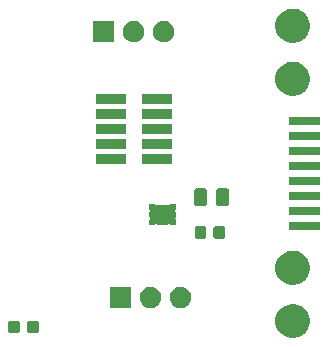
<source format=gbr>
G04 #@! TF.GenerationSoftware,KiCad,Pcbnew,(5.1.5-0-10_14)*
G04 #@! TF.CreationDate,2021-06-02T09:33:46-04:00*
G04 #@! TF.ProjectId,ESLO_RB2_Programmer,45534c4f-5f52-4423-925f-50726f677261,rev?*
G04 #@! TF.SameCoordinates,Original*
G04 #@! TF.FileFunction,Soldermask,Top*
G04 #@! TF.FilePolarity,Negative*
%FSLAX46Y46*%
G04 Gerber Fmt 4.6, Leading zero omitted, Abs format (unit mm)*
G04 Created by KiCad (PCBNEW (5.1.5-0-10_14)) date 2021-06-02 09:33:46*
%MOMM*%
%LPD*%
G04 APERTURE LIST*
%ADD10C,0.100000*%
G04 APERTURE END LIST*
D10*
G36*
X147423241Y-98104760D02*
G01*
X147687305Y-98214139D01*
X147924958Y-98372934D01*
X148127066Y-98575042D01*
X148285861Y-98812695D01*
X148395240Y-99076759D01*
X148451000Y-99357088D01*
X148451000Y-99642912D01*
X148395240Y-99923241D01*
X148285861Y-100187305D01*
X148127066Y-100424958D01*
X147924958Y-100627066D01*
X147687305Y-100785861D01*
X147423241Y-100895240D01*
X147142912Y-100951000D01*
X146857088Y-100951000D01*
X146576759Y-100895240D01*
X146312695Y-100785861D01*
X146075042Y-100627066D01*
X145872934Y-100424958D01*
X145714139Y-100187305D01*
X145604760Y-99923241D01*
X145549000Y-99642912D01*
X145549000Y-99357088D01*
X145604760Y-99076759D01*
X145714139Y-98812695D01*
X145872934Y-98575042D01*
X146075042Y-98372934D01*
X146312695Y-98214139D01*
X146576759Y-98104760D01*
X146857088Y-98049000D01*
X147142912Y-98049000D01*
X147423241Y-98104760D01*
G37*
G36*
X125342091Y-99478085D02*
G01*
X125376069Y-99488393D01*
X125407390Y-99505134D01*
X125434839Y-99527661D01*
X125457366Y-99555110D01*
X125474107Y-99586431D01*
X125484415Y-99620409D01*
X125488500Y-99661890D01*
X125488500Y-100338110D01*
X125484415Y-100379591D01*
X125474107Y-100413569D01*
X125457366Y-100444890D01*
X125434839Y-100472339D01*
X125407390Y-100494866D01*
X125376069Y-100511607D01*
X125342091Y-100521915D01*
X125300610Y-100526000D01*
X124699390Y-100526000D01*
X124657909Y-100521915D01*
X124623931Y-100511607D01*
X124592610Y-100494866D01*
X124565161Y-100472339D01*
X124542634Y-100444890D01*
X124525893Y-100413569D01*
X124515585Y-100379591D01*
X124511500Y-100338110D01*
X124511500Y-99661890D01*
X124515585Y-99620409D01*
X124525893Y-99586431D01*
X124542634Y-99555110D01*
X124565161Y-99527661D01*
X124592610Y-99505134D01*
X124623931Y-99488393D01*
X124657909Y-99478085D01*
X124699390Y-99474000D01*
X125300610Y-99474000D01*
X125342091Y-99478085D01*
G37*
G36*
X123767091Y-99478085D02*
G01*
X123801069Y-99488393D01*
X123832390Y-99505134D01*
X123859839Y-99527661D01*
X123882366Y-99555110D01*
X123899107Y-99586431D01*
X123909415Y-99620409D01*
X123913500Y-99661890D01*
X123913500Y-100338110D01*
X123909415Y-100379591D01*
X123899107Y-100413569D01*
X123882366Y-100444890D01*
X123859839Y-100472339D01*
X123832390Y-100494866D01*
X123801069Y-100511607D01*
X123767091Y-100521915D01*
X123725610Y-100526000D01*
X123124390Y-100526000D01*
X123082909Y-100521915D01*
X123048931Y-100511607D01*
X123017610Y-100494866D01*
X122990161Y-100472339D01*
X122967634Y-100444890D01*
X122950893Y-100413569D01*
X122940585Y-100379591D01*
X122936500Y-100338110D01*
X122936500Y-99661890D01*
X122940585Y-99620409D01*
X122950893Y-99586431D01*
X122967634Y-99555110D01*
X122990161Y-99527661D01*
X123017610Y-99505134D01*
X123048931Y-99488393D01*
X123082909Y-99478085D01*
X123124390Y-99474000D01*
X123725610Y-99474000D01*
X123767091Y-99478085D01*
G37*
G36*
X137613512Y-96603927D02*
G01*
X137762812Y-96633624D01*
X137926784Y-96701544D01*
X138074354Y-96800147D01*
X138199853Y-96925646D01*
X138298456Y-97073216D01*
X138366376Y-97237188D01*
X138401000Y-97411259D01*
X138401000Y-97588741D01*
X138366376Y-97762812D01*
X138298456Y-97926784D01*
X138199853Y-98074354D01*
X138074354Y-98199853D01*
X137926784Y-98298456D01*
X137762812Y-98366376D01*
X137613512Y-98396073D01*
X137588742Y-98401000D01*
X137411258Y-98401000D01*
X137386488Y-98396073D01*
X137237188Y-98366376D01*
X137073216Y-98298456D01*
X136925646Y-98199853D01*
X136800147Y-98074354D01*
X136701544Y-97926784D01*
X136633624Y-97762812D01*
X136599000Y-97588741D01*
X136599000Y-97411259D01*
X136633624Y-97237188D01*
X136701544Y-97073216D01*
X136800147Y-96925646D01*
X136925646Y-96800147D01*
X137073216Y-96701544D01*
X137237188Y-96633624D01*
X137386488Y-96603927D01*
X137411258Y-96599000D01*
X137588742Y-96599000D01*
X137613512Y-96603927D01*
G37*
G36*
X135073512Y-96603927D02*
G01*
X135222812Y-96633624D01*
X135386784Y-96701544D01*
X135534354Y-96800147D01*
X135659853Y-96925646D01*
X135758456Y-97073216D01*
X135826376Y-97237188D01*
X135861000Y-97411259D01*
X135861000Y-97588741D01*
X135826376Y-97762812D01*
X135758456Y-97926784D01*
X135659853Y-98074354D01*
X135534354Y-98199853D01*
X135386784Y-98298456D01*
X135222812Y-98366376D01*
X135073512Y-98396073D01*
X135048742Y-98401000D01*
X134871258Y-98401000D01*
X134846488Y-98396073D01*
X134697188Y-98366376D01*
X134533216Y-98298456D01*
X134385646Y-98199853D01*
X134260147Y-98074354D01*
X134161544Y-97926784D01*
X134093624Y-97762812D01*
X134059000Y-97588741D01*
X134059000Y-97411259D01*
X134093624Y-97237188D01*
X134161544Y-97073216D01*
X134260147Y-96925646D01*
X134385646Y-96800147D01*
X134533216Y-96701544D01*
X134697188Y-96633624D01*
X134846488Y-96603927D01*
X134871258Y-96599000D01*
X135048742Y-96599000D01*
X135073512Y-96603927D01*
G37*
G36*
X133321000Y-98401000D02*
G01*
X131519000Y-98401000D01*
X131519000Y-96599000D01*
X133321000Y-96599000D01*
X133321000Y-98401000D01*
G37*
G36*
X147423241Y-93604760D02*
G01*
X147687305Y-93714139D01*
X147924958Y-93872934D01*
X148127066Y-94075042D01*
X148285861Y-94312695D01*
X148395240Y-94576759D01*
X148451000Y-94857088D01*
X148451000Y-95142912D01*
X148395240Y-95423241D01*
X148285861Y-95687305D01*
X148127066Y-95924958D01*
X147924958Y-96127066D01*
X147687305Y-96285861D01*
X147423241Y-96395240D01*
X147142912Y-96451000D01*
X146857088Y-96451000D01*
X146576759Y-96395240D01*
X146312695Y-96285861D01*
X146075042Y-96127066D01*
X145872934Y-95924958D01*
X145714139Y-95687305D01*
X145604760Y-95423241D01*
X145549000Y-95142912D01*
X145549000Y-94857088D01*
X145604760Y-94576759D01*
X145714139Y-94312695D01*
X145872934Y-94075042D01*
X146075042Y-93872934D01*
X146312695Y-93714139D01*
X146576759Y-93604760D01*
X146857088Y-93549000D01*
X147142912Y-93549000D01*
X147423241Y-93604760D01*
G37*
G36*
X141117091Y-91478085D02*
G01*
X141151069Y-91488393D01*
X141182390Y-91505134D01*
X141209839Y-91527661D01*
X141232366Y-91555110D01*
X141249107Y-91586431D01*
X141259415Y-91620409D01*
X141263500Y-91661890D01*
X141263500Y-92338110D01*
X141259415Y-92379591D01*
X141249107Y-92413569D01*
X141232366Y-92444890D01*
X141209839Y-92472339D01*
X141182390Y-92494866D01*
X141151069Y-92511607D01*
X141117091Y-92521915D01*
X141075610Y-92526000D01*
X140474390Y-92526000D01*
X140432909Y-92521915D01*
X140398931Y-92511607D01*
X140367610Y-92494866D01*
X140340161Y-92472339D01*
X140317634Y-92444890D01*
X140300893Y-92413569D01*
X140290585Y-92379591D01*
X140286500Y-92338110D01*
X140286500Y-91661890D01*
X140290585Y-91620409D01*
X140300893Y-91586431D01*
X140317634Y-91555110D01*
X140340161Y-91527661D01*
X140367610Y-91505134D01*
X140398931Y-91488393D01*
X140432909Y-91478085D01*
X140474390Y-91474000D01*
X141075610Y-91474000D01*
X141117091Y-91478085D01*
G37*
G36*
X139542091Y-91478085D02*
G01*
X139576069Y-91488393D01*
X139607390Y-91505134D01*
X139634839Y-91527661D01*
X139657366Y-91555110D01*
X139674107Y-91586431D01*
X139684415Y-91620409D01*
X139688500Y-91661890D01*
X139688500Y-92338110D01*
X139684415Y-92379591D01*
X139674107Y-92413569D01*
X139657366Y-92444890D01*
X139634839Y-92472339D01*
X139607390Y-92494866D01*
X139576069Y-92511607D01*
X139542091Y-92521915D01*
X139500610Y-92526000D01*
X138899390Y-92526000D01*
X138857909Y-92521915D01*
X138823931Y-92511607D01*
X138792610Y-92494866D01*
X138765161Y-92472339D01*
X138742634Y-92444890D01*
X138725893Y-92413569D01*
X138715585Y-92379591D01*
X138711500Y-92338110D01*
X138711500Y-91661890D01*
X138715585Y-91620409D01*
X138725893Y-91586431D01*
X138742634Y-91555110D01*
X138765161Y-91527661D01*
X138792610Y-91505134D01*
X138823931Y-91488393D01*
X138857909Y-91478085D01*
X138899390Y-91474000D01*
X139500610Y-91474000D01*
X139542091Y-91478085D01*
G37*
G36*
X149301000Y-91796000D02*
G01*
X146699000Y-91796000D01*
X146699000Y-91094000D01*
X149301000Y-91094000D01*
X149301000Y-91796000D01*
G37*
G36*
X135305202Y-89600683D02*
G01*
X135315735Y-89603878D01*
X135325443Y-89609068D01*
X135333951Y-89616049D01*
X135340932Y-89624557D01*
X135350092Y-89641694D01*
X135353064Y-89648866D01*
X135366681Y-89669239D01*
X135384010Y-89686564D01*
X135404386Y-89700175D01*
X135427026Y-89709549D01*
X135451060Y-89714327D01*
X135475564Y-89714324D01*
X135499596Y-89709540D01*
X135522234Y-89700160D01*
X135542597Y-89686551D01*
X135544001Y-89685399D01*
X135580716Y-89665774D01*
X135620566Y-89653686D01*
X135668141Y-89649000D01*
X136331859Y-89649000D01*
X136379434Y-89653686D01*
X136419284Y-89665774D01*
X136455999Y-89685399D01*
X136457403Y-89686551D01*
X136477777Y-89700166D01*
X136500415Y-89709544D01*
X136524448Y-89714325D01*
X136548952Y-89714325D01*
X136572986Y-89709546D01*
X136595625Y-89700169D01*
X136616000Y-89686556D01*
X136633327Y-89669229D01*
X136646942Y-89648855D01*
X136649912Y-89641686D01*
X136659068Y-89624557D01*
X136666049Y-89616049D01*
X136674557Y-89609068D01*
X136684265Y-89603878D01*
X136694798Y-89600683D01*
X136711888Y-89599000D01*
X137063112Y-89599000D01*
X137080202Y-89600683D01*
X137090735Y-89603878D01*
X137100443Y-89609068D01*
X137108951Y-89616049D01*
X137115932Y-89624557D01*
X137121122Y-89634265D01*
X137124317Y-89644798D01*
X137126000Y-89661888D01*
X137126000Y-90038112D01*
X137124317Y-90055202D01*
X137121122Y-90065735D01*
X137115932Y-90075443D01*
X137103371Y-90090749D01*
X137098417Y-90095704D01*
X137084803Y-90116079D01*
X137075427Y-90138718D01*
X137070647Y-90162751D01*
X137070647Y-90187255D01*
X137075428Y-90211288D01*
X137084806Y-90233927D01*
X137098420Y-90254301D01*
X137103378Y-90259259D01*
X137115932Y-90274557D01*
X137121122Y-90284265D01*
X137124317Y-90294798D01*
X137126000Y-90311888D01*
X137126000Y-90688112D01*
X137124317Y-90705202D01*
X137121122Y-90715735D01*
X137115932Y-90725443D01*
X137103371Y-90740749D01*
X137098417Y-90745704D01*
X137084803Y-90766079D01*
X137075427Y-90788718D01*
X137070647Y-90812751D01*
X137070647Y-90837255D01*
X137075428Y-90861288D01*
X137084806Y-90883927D01*
X137098420Y-90904301D01*
X137103378Y-90909259D01*
X137115932Y-90924557D01*
X137121122Y-90934265D01*
X137124317Y-90944798D01*
X137126000Y-90961888D01*
X137126000Y-91338112D01*
X137124317Y-91355202D01*
X137121122Y-91365735D01*
X137115932Y-91375443D01*
X137108951Y-91383951D01*
X137100443Y-91390932D01*
X137090735Y-91396122D01*
X137080202Y-91399317D01*
X137063112Y-91401000D01*
X136711888Y-91401000D01*
X136694798Y-91399317D01*
X136684265Y-91396122D01*
X136674557Y-91390932D01*
X136666049Y-91383951D01*
X136659068Y-91375443D01*
X136649908Y-91358306D01*
X136646936Y-91351134D01*
X136633319Y-91330761D01*
X136615990Y-91313436D01*
X136595614Y-91299825D01*
X136572974Y-91290451D01*
X136548940Y-91285673D01*
X136524436Y-91285676D01*
X136500404Y-91290460D01*
X136477766Y-91299840D01*
X136457403Y-91313449D01*
X136455999Y-91314601D01*
X136419284Y-91334226D01*
X136379434Y-91346314D01*
X136331859Y-91351000D01*
X135668141Y-91351000D01*
X135620566Y-91346314D01*
X135580716Y-91334226D01*
X135544001Y-91314601D01*
X135542597Y-91313449D01*
X135522223Y-91299834D01*
X135499585Y-91290456D01*
X135475552Y-91285675D01*
X135451048Y-91285675D01*
X135427014Y-91290454D01*
X135404375Y-91299831D01*
X135384000Y-91313444D01*
X135366673Y-91330771D01*
X135353058Y-91351145D01*
X135350088Y-91358314D01*
X135340932Y-91375443D01*
X135333951Y-91383951D01*
X135325443Y-91390932D01*
X135315735Y-91396122D01*
X135305202Y-91399317D01*
X135288112Y-91401000D01*
X134936888Y-91401000D01*
X134919798Y-91399317D01*
X134909265Y-91396122D01*
X134899557Y-91390932D01*
X134891049Y-91383951D01*
X134884068Y-91375443D01*
X134878878Y-91365735D01*
X134875683Y-91355202D01*
X134874000Y-91338112D01*
X134874000Y-90961888D01*
X134875683Y-90944798D01*
X134878878Y-90934265D01*
X134884068Y-90924557D01*
X134896629Y-90909251D01*
X134901583Y-90904296D01*
X134915197Y-90883921D01*
X134924573Y-90861282D01*
X134929353Y-90837249D01*
X134929353Y-90812745D01*
X134924572Y-90788712D01*
X134915194Y-90766073D01*
X134901580Y-90745699D01*
X134896622Y-90740741D01*
X134884068Y-90725443D01*
X134878878Y-90715735D01*
X134875683Y-90705202D01*
X134874000Y-90688112D01*
X134874000Y-90311888D01*
X134875683Y-90294798D01*
X134878878Y-90284265D01*
X134884068Y-90274557D01*
X134896629Y-90259251D01*
X134901583Y-90254296D01*
X134915197Y-90233921D01*
X134924573Y-90211282D01*
X134929353Y-90187249D01*
X134929353Y-90162745D01*
X134924572Y-90138712D01*
X134915194Y-90116073D01*
X134901580Y-90095699D01*
X134896622Y-90090741D01*
X134884068Y-90075443D01*
X134878878Y-90065735D01*
X134875683Y-90055202D01*
X134874000Y-90038112D01*
X134874000Y-89661888D01*
X134875683Y-89644798D01*
X134878878Y-89634265D01*
X134884068Y-89624557D01*
X134891049Y-89616049D01*
X134899557Y-89609068D01*
X134909265Y-89603878D01*
X134919798Y-89600683D01*
X134936888Y-89599000D01*
X135288112Y-89599000D01*
X135305202Y-89600683D01*
G37*
G36*
X149301000Y-90526000D02*
G01*
X146699000Y-90526000D01*
X146699000Y-89824000D01*
X149301000Y-89824000D01*
X149301000Y-90526000D01*
G37*
G36*
X141446968Y-88253565D02*
G01*
X141485638Y-88265296D01*
X141521277Y-88284346D01*
X141552517Y-88309983D01*
X141578154Y-88341223D01*
X141597204Y-88376862D01*
X141608935Y-88415532D01*
X141613500Y-88461888D01*
X141613500Y-89538112D01*
X141608935Y-89584468D01*
X141597204Y-89623138D01*
X141578154Y-89658777D01*
X141552517Y-89690017D01*
X141521277Y-89715654D01*
X141485638Y-89734704D01*
X141446968Y-89746435D01*
X141400612Y-89751000D01*
X140749388Y-89751000D01*
X140703032Y-89746435D01*
X140664362Y-89734704D01*
X140628723Y-89715654D01*
X140597483Y-89690017D01*
X140571846Y-89658777D01*
X140552796Y-89623138D01*
X140541065Y-89584468D01*
X140536500Y-89538112D01*
X140536500Y-88461888D01*
X140541065Y-88415532D01*
X140552796Y-88376862D01*
X140571846Y-88341223D01*
X140597483Y-88309983D01*
X140628723Y-88284346D01*
X140664362Y-88265296D01*
X140703032Y-88253565D01*
X140749388Y-88249000D01*
X141400612Y-88249000D01*
X141446968Y-88253565D01*
G37*
G36*
X139571968Y-88253565D02*
G01*
X139610638Y-88265296D01*
X139646277Y-88284346D01*
X139677517Y-88309983D01*
X139703154Y-88341223D01*
X139722204Y-88376862D01*
X139733935Y-88415532D01*
X139738500Y-88461888D01*
X139738500Y-89538112D01*
X139733935Y-89584468D01*
X139722204Y-89623138D01*
X139703154Y-89658777D01*
X139677517Y-89690017D01*
X139646277Y-89715654D01*
X139610638Y-89734704D01*
X139571968Y-89746435D01*
X139525612Y-89751000D01*
X138874388Y-89751000D01*
X138828032Y-89746435D01*
X138789362Y-89734704D01*
X138753723Y-89715654D01*
X138722483Y-89690017D01*
X138696846Y-89658777D01*
X138677796Y-89623138D01*
X138666065Y-89584468D01*
X138661500Y-89538112D01*
X138661500Y-88461888D01*
X138666065Y-88415532D01*
X138677796Y-88376862D01*
X138696846Y-88341223D01*
X138722483Y-88309983D01*
X138753723Y-88284346D01*
X138789362Y-88265296D01*
X138828032Y-88253565D01*
X138874388Y-88249000D01*
X139525612Y-88249000D01*
X139571968Y-88253565D01*
G37*
G36*
X149301000Y-89256000D02*
G01*
X146699000Y-89256000D01*
X146699000Y-88554000D01*
X149301000Y-88554000D01*
X149301000Y-89256000D01*
G37*
G36*
X149301000Y-87986000D02*
G01*
X146699000Y-87986000D01*
X146699000Y-87284000D01*
X149301000Y-87284000D01*
X149301000Y-87986000D01*
G37*
G36*
X149301000Y-86716000D02*
G01*
X146699000Y-86716000D01*
X146699000Y-86014000D01*
X149301000Y-86014000D01*
X149301000Y-86716000D01*
G37*
G36*
X132851000Y-86231000D02*
G01*
X130349000Y-86231000D01*
X130349000Y-85389000D01*
X132851000Y-85389000D01*
X132851000Y-86231000D01*
G37*
G36*
X136751000Y-86231000D02*
G01*
X134249000Y-86231000D01*
X134249000Y-85389000D01*
X136751000Y-85389000D01*
X136751000Y-86231000D01*
G37*
G36*
X149301000Y-85446000D02*
G01*
X146699000Y-85446000D01*
X146699000Y-84744000D01*
X149301000Y-84744000D01*
X149301000Y-85446000D01*
G37*
G36*
X136751000Y-84961000D02*
G01*
X134249000Y-84961000D01*
X134249000Y-84119000D01*
X136751000Y-84119000D01*
X136751000Y-84961000D01*
G37*
G36*
X132851000Y-84961000D02*
G01*
X130349000Y-84961000D01*
X130349000Y-84119000D01*
X132851000Y-84119000D01*
X132851000Y-84961000D01*
G37*
G36*
X149301000Y-84176000D02*
G01*
X146699000Y-84176000D01*
X146699000Y-83474000D01*
X149301000Y-83474000D01*
X149301000Y-84176000D01*
G37*
G36*
X132851000Y-83691000D02*
G01*
X130349000Y-83691000D01*
X130349000Y-82849000D01*
X132851000Y-82849000D01*
X132851000Y-83691000D01*
G37*
G36*
X136751000Y-83691000D02*
G01*
X134249000Y-83691000D01*
X134249000Y-82849000D01*
X136751000Y-82849000D01*
X136751000Y-83691000D01*
G37*
G36*
X149301000Y-82906000D02*
G01*
X146699000Y-82906000D01*
X146699000Y-82204000D01*
X149301000Y-82204000D01*
X149301000Y-82906000D01*
G37*
G36*
X132851000Y-82421000D02*
G01*
X130349000Y-82421000D01*
X130349000Y-81579000D01*
X132851000Y-81579000D01*
X132851000Y-82421000D01*
G37*
G36*
X136751000Y-82421000D02*
G01*
X134249000Y-82421000D01*
X134249000Y-81579000D01*
X136751000Y-81579000D01*
X136751000Y-82421000D01*
G37*
G36*
X132851000Y-81151000D02*
G01*
X130349000Y-81151000D01*
X130349000Y-80309000D01*
X132851000Y-80309000D01*
X132851000Y-81151000D01*
G37*
G36*
X136751000Y-81151000D02*
G01*
X134249000Y-81151000D01*
X134249000Y-80309000D01*
X136751000Y-80309000D01*
X136751000Y-81151000D01*
G37*
G36*
X147423241Y-77604760D02*
G01*
X147687305Y-77714139D01*
X147924958Y-77872934D01*
X148127066Y-78075042D01*
X148285861Y-78312695D01*
X148395240Y-78576759D01*
X148451000Y-78857088D01*
X148451000Y-79142912D01*
X148395240Y-79423241D01*
X148285861Y-79687305D01*
X148127066Y-79924958D01*
X147924958Y-80127066D01*
X147687305Y-80285861D01*
X147423241Y-80395240D01*
X147142912Y-80451000D01*
X146857088Y-80451000D01*
X146576759Y-80395240D01*
X146312695Y-80285861D01*
X146075042Y-80127066D01*
X145872934Y-79924958D01*
X145714139Y-79687305D01*
X145604760Y-79423241D01*
X145549000Y-79142912D01*
X145549000Y-78857088D01*
X145604760Y-78576759D01*
X145714139Y-78312695D01*
X145872934Y-78075042D01*
X146075042Y-77872934D01*
X146312695Y-77714139D01*
X146576759Y-77604760D01*
X146857088Y-77549000D01*
X147142912Y-77549000D01*
X147423241Y-77604760D01*
G37*
G36*
X147423241Y-73104760D02*
G01*
X147687305Y-73214139D01*
X147924958Y-73372934D01*
X148127066Y-73575042D01*
X148285861Y-73812695D01*
X148395240Y-74076759D01*
X148451000Y-74357088D01*
X148451000Y-74642912D01*
X148395240Y-74923241D01*
X148285861Y-75187305D01*
X148127066Y-75424958D01*
X147924958Y-75627066D01*
X147687305Y-75785861D01*
X147423241Y-75895240D01*
X147142912Y-75951000D01*
X146857088Y-75951000D01*
X146576759Y-75895240D01*
X146312695Y-75785861D01*
X146075042Y-75627066D01*
X145872934Y-75424958D01*
X145714139Y-75187305D01*
X145604760Y-74923241D01*
X145549000Y-74642912D01*
X145549000Y-74357088D01*
X145604760Y-74076759D01*
X145714139Y-73812695D01*
X145872934Y-73575042D01*
X146075042Y-73372934D01*
X146312695Y-73214139D01*
X146576759Y-73104760D01*
X146857088Y-73049000D01*
X147142912Y-73049000D01*
X147423241Y-73104760D01*
G37*
G36*
X136193512Y-74103927D02*
G01*
X136342812Y-74133624D01*
X136506784Y-74201544D01*
X136654354Y-74300147D01*
X136779853Y-74425646D01*
X136878456Y-74573216D01*
X136946376Y-74737188D01*
X136981000Y-74911259D01*
X136981000Y-75088741D01*
X136946376Y-75262812D01*
X136878456Y-75426784D01*
X136779853Y-75574354D01*
X136654354Y-75699853D01*
X136506784Y-75798456D01*
X136342812Y-75866376D01*
X136197704Y-75895239D01*
X136168742Y-75901000D01*
X135991258Y-75901000D01*
X135962296Y-75895239D01*
X135817188Y-75866376D01*
X135653216Y-75798456D01*
X135505646Y-75699853D01*
X135380147Y-75574354D01*
X135281544Y-75426784D01*
X135213624Y-75262812D01*
X135179000Y-75088741D01*
X135179000Y-74911259D01*
X135213624Y-74737188D01*
X135281544Y-74573216D01*
X135380147Y-74425646D01*
X135505646Y-74300147D01*
X135653216Y-74201544D01*
X135817188Y-74133624D01*
X135966488Y-74103927D01*
X135991258Y-74099000D01*
X136168742Y-74099000D01*
X136193512Y-74103927D01*
G37*
G36*
X133653512Y-74103927D02*
G01*
X133802812Y-74133624D01*
X133966784Y-74201544D01*
X134114354Y-74300147D01*
X134239853Y-74425646D01*
X134338456Y-74573216D01*
X134406376Y-74737188D01*
X134441000Y-74911259D01*
X134441000Y-75088741D01*
X134406376Y-75262812D01*
X134338456Y-75426784D01*
X134239853Y-75574354D01*
X134114354Y-75699853D01*
X133966784Y-75798456D01*
X133802812Y-75866376D01*
X133657704Y-75895239D01*
X133628742Y-75901000D01*
X133451258Y-75901000D01*
X133422296Y-75895239D01*
X133277188Y-75866376D01*
X133113216Y-75798456D01*
X132965646Y-75699853D01*
X132840147Y-75574354D01*
X132741544Y-75426784D01*
X132673624Y-75262812D01*
X132639000Y-75088741D01*
X132639000Y-74911259D01*
X132673624Y-74737188D01*
X132741544Y-74573216D01*
X132840147Y-74425646D01*
X132965646Y-74300147D01*
X133113216Y-74201544D01*
X133277188Y-74133624D01*
X133426488Y-74103927D01*
X133451258Y-74099000D01*
X133628742Y-74099000D01*
X133653512Y-74103927D01*
G37*
G36*
X131901000Y-75901000D02*
G01*
X130099000Y-75901000D01*
X130099000Y-74099000D01*
X131901000Y-74099000D01*
X131901000Y-75901000D01*
G37*
M02*

</source>
